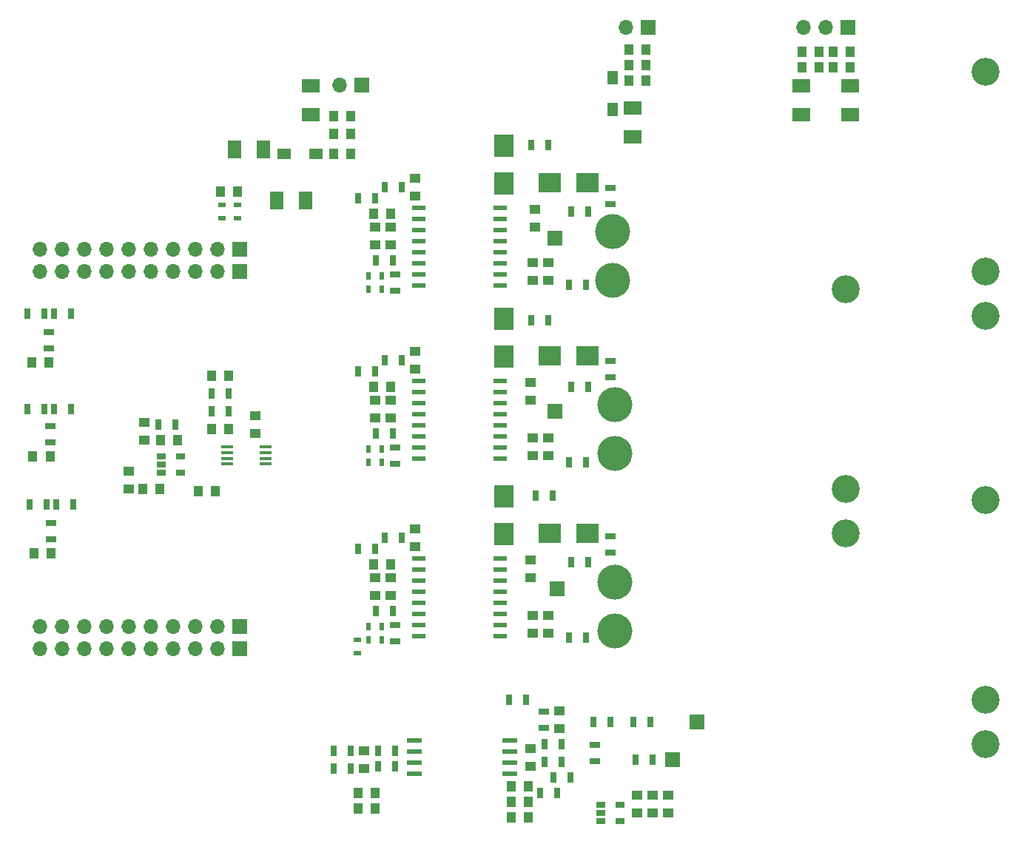
<source format=gts>
G04 #@! TF.FileFunction,Soldermask,Top*
%FSLAX46Y46*%
G04 Gerber Fmt 4.6, Leading zero omitted, Abs format (unit mm)*
G04 Created by KiCad (PCBNEW 4.0.5) date 03/08/17 17:48:46*
%MOMM*%
%LPD*%
G01*
G04 APERTURE LIST*
%ADD10C,0.100000*%
%ADD11C,3.200400*%
%ADD12R,1.700000X1.700000*%
%ADD13O,1.700000X1.700000*%
%ADD14R,1.250000X1.000000*%
%ADD15R,1.000000X1.250000*%
%ADD16R,2.500000X2.300000*%
%ADD17R,2.300000X2.500000*%
%ADD18R,1.600200X1.198880*%
%ADD19R,1.198880X1.600200*%
%ADD20R,2.032000X1.524000*%
%ADD21R,0.500000X0.900000*%
%ADD22R,0.900000X0.500000*%
%ADD23R,0.700000X1.300000*%
%ADD24R,1.300000X0.700000*%
%ADD25R,1.500000X0.600000*%
%ADD26R,1.800000X0.600000*%
%ADD27R,1.450000X0.450000*%
%ADD28R,1.060000X0.650000*%
%ADD29C,4.000500*%
%ADD30R,1.524000X2.032000*%
G04 APERTURE END LIST*
D10*
D11*
X226822000Y-96266000D03*
X226822000Y-91186000D03*
X226822000Y-68326000D03*
X210820000Y-121158000D03*
X210820000Y-116078000D03*
X210820000Y-93218000D03*
X226822000Y-145288000D03*
X226822000Y-140208000D03*
X226822000Y-117348000D03*
D12*
X141478000Y-88646000D03*
D13*
X138938000Y-88646000D03*
X136398000Y-88646000D03*
X133858000Y-88646000D03*
X131318000Y-88646000D03*
X128778000Y-88646000D03*
X126238000Y-88646000D03*
X123698000Y-88646000D03*
X121158000Y-88646000D03*
X118618000Y-88646000D03*
D12*
X141478000Y-134366000D03*
D13*
X138938000Y-134366000D03*
X136398000Y-134366000D03*
X133858000Y-134366000D03*
X131318000Y-134366000D03*
X128778000Y-134366000D03*
X126238000Y-134366000D03*
X123698000Y-134366000D03*
X121158000Y-134366000D03*
X118618000Y-134366000D03*
D12*
X141478000Y-91186000D03*
D13*
X138938000Y-91186000D03*
X136398000Y-91186000D03*
X133858000Y-91186000D03*
X131318000Y-91186000D03*
X128778000Y-91186000D03*
X126238000Y-91186000D03*
X123698000Y-91186000D03*
X121158000Y-91186000D03*
X118618000Y-91186000D03*
D12*
X141478000Y-131826000D03*
D13*
X138938000Y-131826000D03*
X136398000Y-131826000D03*
X133858000Y-131826000D03*
X131318000Y-131826000D03*
X128778000Y-131826000D03*
X126238000Y-131826000D03*
X123698000Y-131826000D03*
X121158000Y-131826000D03*
X118618000Y-131826000D03*
D12*
X211074000Y-63246000D03*
D13*
X208534000Y-63246000D03*
X205994000Y-63246000D03*
D12*
X155448000Y-69850000D03*
D13*
X152908000Y-69850000D03*
D12*
X188214000Y-63246000D03*
D13*
X185674000Y-63246000D03*
D12*
X191008000Y-147066000D03*
X193802000Y-142748000D03*
D14*
X156972000Y-86122000D03*
X156972000Y-88122000D03*
X156972000Y-105934000D03*
X156972000Y-107934000D03*
X156972000Y-126254000D03*
X156972000Y-128254000D03*
X158750000Y-86122000D03*
X158750000Y-88122000D03*
X158750000Y-105934000D03*
X158750000Y-107934000D03*
X158750000Y-126254000D03*
X158750000Y-128254000D03*
X161544000Y-82534000D03*
X161544000Y-80534000D03*
X161544000Y-102346000D03*
X161544000Y-100346000D03*
X161544000Y-122666000D03*
X161544000Y-120666000D03*
D15*
X158734000Y-84582000D03*
X156734000Y-84582000D03*
X158734000Y-104394000D03*
X156734000Y-104394000D03*
X158734000Y-124714000D03*
X156734000Y-124714000D03*
D14*
X176784000Y-90186000D03*
X176784000Y-92186000D03*
X176784000Y-110252000D03*
X176784000Y-112252000D03*
X176784000Y-130572000D03*
X176784000Y-132572000D03*
X175006000Y-90186000D03*
X175006000Y-92186000D03*
X175006000Y-110252000D03*
X175006000Y-112252000D03*
X175006000Y-130572000D03*
X175006000Y-132572000D03*
X178054000Y-143494000D03*
X178054000Y-141494000D03*
X174752000Y-147812000D03*
X174752000Y-145812000D03*
D15*
X141208000Y-82042000D03*
X139208000Y-82042000D03*
X156956000Y-152654000D03*
X154956000Y-152654000D03*
D14*
X155702000Y-146066000D03*
X155702000Y-148066000D03*
D15*
X156956000Y-150876000D03*
X154956000Y-150876000D03*
X140192000Y-109220000D03*
X138192000Y-109220000D03*
X136668000Y-116332000D03*
X138668000Y-116332000D03*
X138192000Y-103124000D03*
X140192000Y-103124000D03*
D14*
X143256000Y-109712000D03*
X143256000Y-107712000D03*
D15*
X119745000Y-112395000D03*
X117745000Y-112395000D03*
X119618000Y-101600000D03*
X117618000Y-101600000D03*
X119872000Y-123444000D03*
X117872000Y-123444000D03*
D14*
X190500000Y-153146000D03*
X190500000Y-151146000D03*
X188722000Y-153146000D03*
X188722000Y-151146000D03*
D15*
X185944000Y-67564000D03*
X187944000Y-67564000D03*
D14*
X186944000Y-153146000D03*
X186944000Y-151146000D03*
D15*
X152162000Y-75438000D03*
X154162000Y-75438000D03*
X152162000Y-77724000D03*
X154162000Y-77724000D03*
X185944000Y-69342000D03*
X187944000Y-69342000D03*
X152162000Y-73406000D03*
X154162000Y-73406000D03*
X185944000Y-65786000D03*
X187944000Y-65786000D03*
X211312000Y-66040000D03*
X209312000Y-66040000D03*
X207756000Y-66040000D03*
X205756000Y-66040000D03*
X207756000Y-67818000D03*
X205756000Y-67818000D03*
X211312000Y-67818000D03*
X209312000Y-67818000D03*
D14*
X175260000Y-84090000D03*
X175260000Y-86090000D03*
X174752000Y-103902000D03*
X174752000Y-105902000D03*
X174752000Y-124222000D03*
X174752000Y-126222000D03*
D16*
X176920000Y-81026000D03*
X181220000Y-81026000D03*
X176920000Y-100838000D03*
X181220000Y-100838000D03*
X176920000Y-121158000D03*
X181220000Y-121158000D03*
D17*
X171704000Y-81144000D03*
X171704000Y-76844000D03*
X171704000Y-100956000D03*
X171704000Y-96656000D03*
X171704000Y-121276000D03*
X171704000Y-116976000D03*
D18*
X146535140Y-77724000D03*
X150136860Y-77724000D03*
D19*
X184150000Y-72666860D03*
X184150000Y-69065140D03*
D20*
X205740000Y-73279000D03*
X205740000Y-69977000D03*
X211328000Y-73279000D03*
X211328000Y-69977000D03*
X186436000Y-75819000D03*
X186436000Y-72517000D03*
D21*
X156222000Y-91694000D03*
X157722000Y-91694000D03*
X156222000Y-93218000D03*
X157722000Y-93218000D03*
X156222000Y-111506000D03*
X157722000Y-111506000D03*
X156222000Y-113030000D03*
X157722000Y-113030000D03*
X156222000Y-131826000D03*
X157722000Y-131826000D03*
X156222000Y-133350000D03*
X157722000Y-133350000D03*
D22*
X154940000Y-134862000D03*
X154940000Y-133362000D03*
X141224000Y-83578000D03*
X141224000Y-85078000D03*
X139446000Y-83578000D03*
X139446000Y-85078000D03*
D23*
X159954000Y-81534000D03*
X158054000Y-81534000D03*
X156906000Y-82804000D03*
X155006000Y-82804000D03*
X158938000Y-89916000D03*
X157038000Y-89916000D03*
X159954000Y-101346000D03*
X158054000Y-101346000D03*
X156906000Y-102616000D03*
X155006000Y-102616000D03*
X158938000Y-109728000D03*
X157038000Y-109728000D03*
X159954000Y-121666000D03*
X158054000Y-121666000D03*
X156906000Y-122936000D03*
X155006000Y-122936000D03*
X158938000Y-130048000D03*
X157038000Y-130048000D03*
D24*
X159258000Y-91506000D03*
X159258000Y-93406000D03*
X159258000Y-111318000D03*
X159258000Y-113218000D03*
X159258000Y-131638000D03*
X159258000Y-133538000D03*
D23*
X186756000Y-147066000D03*
X188656000Y-147066000D03*
X186502000Y-142748000D03*
X188402000Y-142748000D03*
X181930000Y-142748000D03*
X183830000Y-142748000D03*
D24*
X182118000Y-147254000D03*
X182118000Y-145354000D03*
D23*
X172278000Y-140208000D03*
X174178000Y-140208000D03*
D24*
X176276000Y-143444000D03*
X176276000Y-141544000D03*
D23*
X176342000Y-147320000D03*
X178242000Y-147320000D03*
X176342000Y-145288000D03*
X178242000Y-145288000D03*
X157292000Y-146050000D03*
X159192000Y-146050000D03*
X157292000Y-147828000D03*
X159192000Y-147828000D03*
X152212000Y-146050000D03*
X154112000Y-146050000D03*
X152212000Y-148082000D03*
X154112000Y-148082000D03*
X138242000Y-107188000D03*
X140142000Y-107188000D03*
X138242000Y-105156000D03*
X140142000Y-105156000D03*
X117414000Y-117856000D03*
X119314000Y-117856000D03*
X120462000Y-117856000D03*
X122362000Y-117856000D03*
X117160000Y-106934000D03*
X119060000Y-106934000D03*
X120208000Y-106934000D03*
X122108000Y-106934000D03*
X117160000Y-96012000D03*
X119060000Y-96012000D03*
X120208000Y-96012000D03*
X122108000Y-96012000D03*
D24*
X119761000Y-110805000D03*
X119761000Y-108905000D03*
X119634000Y-100010000D03*
X119634000Y-98110000D03*
X119888000Y-121854000D03*
X119888000Y-119954000D03*
D23*
X181290000Y-84328000D03*
X179390000Y-84328000D03*
X181036000Y-92710000D03*
X179136000Y-92710000D03*
X181290000Y-104394000D03*
X179390000Y-104394000D03*
X181036000Y-113030000D03*
X179136000Y-113030000D03*
X181290000Y-124460000D03*
X179390000Y-124460000D03*
X181036000Y-133096000D03*
X179136000Y-133096000D03*
X177358000Y-149098000D03*
X179258000Y-149098000D03*
X175834000Y-150876000D03*
X177734000Y-150876000D03*
X174818000Y-76708000D03*
X176718000Y-76708000D03*
X174818000Y-96774000D03*
X176718000Y-96774000D03*
X175326000Y-116840000D03*
X177226000Y-116840000D03*
D25*
X161974000Y-83947000D03*
X161974000Y-85217000D03*
X161974000Y-86487000D03*
X161974000Y-87757000D03*
X161974000Y-89027000D03*
X161974000Y-90297000D03*
X161974000Y-91567000D03*
X161974000Y-92837000D03*
X171274000Y-92837000D03*
X171274000Y-91567000D03*
X171274000Y-90297000D03*
X171274000Y-89027000D03*
X171274000Y-87757000D03*
X171274000Y-86487000D03*
X171274000Y-85217000D03*
X171274000Y-83947000D03*
X161974000Y-103759000D03*
X161974000Y-105029000D03*
X161974000Y-106299000D03*
X161974000Y-107569000D03*
X161974000Y-108839000D03*
X161974000Y-110109000D03*
X161974000Y-111379000D03*
X161974000Y-112649000D03*
X171274000Y-112649000D03*
X171274000Y-111379000D03*
X171274000Y-110109000D03*
X171274000Y-108839000D03*
X171274000Y-107569000D03*
X171274000Y-106299000D03*
X171274000Y-105029000D03*
X171274000Y-103759000D03*
X161974000Y-124079000D03*
X161974000Y-125349000D03*
X161974000Y-126619000D03*
X161974000Y-127889000D03*
X161974000Y-129159000D03*
X161974000Y-130429000D03*
X161974000Y-131699000D03*
X161974000Y-132969000D03*
X171274000Y-132969000D03*
X171274000Y-131699000D03*
X171274000Y-130429000D03*
X171274000Y-129159000D03*
X171274000Y-127889000D03*
X171274000Y-126619000D03*
X171274000Y-125349000D03*
X171274000Y-124079000D03*
D26*
X161428000Y-148717000D03*
X172328000Y-148717000D03*
X161428000Y-147447000D03*
X172328000Y-147447000D03*
X161428000Y-146177000D03*
X172328000Y-146177000D03*
X161428000Y-144907000D03*
X172328000Y-144907000D03*
D27*
X144440000Y-111293000D03*
X140040000Y-111293000D03*
X144440000Y-111943000D03*
X140040000Y-111943000D03*
X144440000Y-112593000D03*
X140040000Y-112593000D03*
X144440000Y-113243000D03*
X140040000Y-113243000D03*
D28*
X182796000Y-152212000D03*
X182796000Y-153162000D03*
X182796000Y-154112000D03*
X184996000Y-154112000D03*
X184996000Y-152212000D03*
D12*
X177546000Y-87376000D03*
X177546000Y-107188000D03*
D24*
X183896000Y-103312000D03*
X183896000Y-101412000D03*
X183896000Y-83500000D03*
X183896000Y-81600000D03*
X183896000Y-123378000D03*
X183896000Y-121478000D03*
D29*
X184150000Y-92202000D03*
X184150000Y-86614000D03*
X184404000Y-112014000D03*
X184404000Y-106426000D03*
X184404000Y-132334000D03*
X184404000Y-126746000D03*
D15*
X172482000Y-150114000D03*
X174482000Y-150114000D03*
X172482000Y-151892000D03*
X174482000Y-151892000D03*
X172482000Y-153670000D03*
X174482000Y-153670000D03*
D30*
X140843000Y-77216000D03*
X144145000Y-77216000D03*
D20*
X149606000Y-73279000D03*
X149606000Y-69977000D03*
D30*
X145669000Y-83058000D03*
X148971000Y-83058000D03*
D14*
X130556000Y-108474000D03*
X130556000Y-110474000D03*
D15*
X132318000Y-116078000D03*
X130318000Y-116078000D03*
X134350000Y-110490000D03*
X132350000Y-110490000D03*
D14*
X128778000Y-114062000D03*
X128778000Y-116062000D03*
D23*
X132146000Y-108712000D03*
X134046000Y-108712000D03*
D28*
X132504000Y-112334000D03*
X132504000Y-113284000D03*
X132504000Y-114234000D03*
X134704000Y-114234000D03*
X134704000Y-112334000D03*
D12*
X177800000Y-127508000D03*
M02*

</source>
